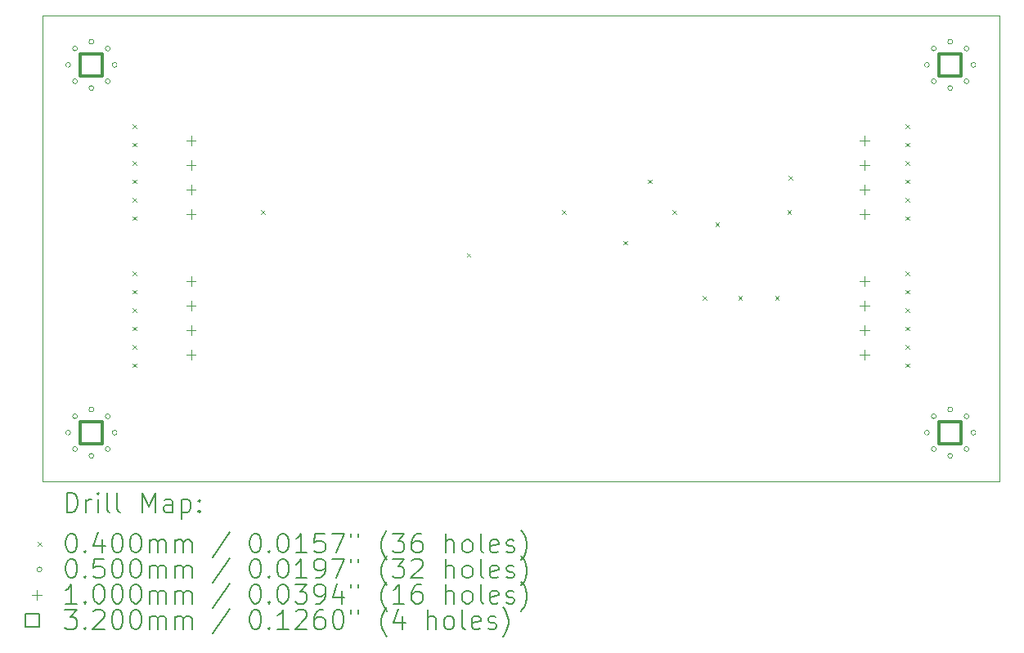
<source format=gbr>
%TF.GenerationSoftware,KiCad,Pcbnew,6.0.9*%
%TF.CreationDate,2023-02-13T16:45:08-08:00*%
%TF.ProjectId,latch,6c617463-682e-46b6-9963-61645f706362,A*%
%TF.SameCoordinates,Original*%
%TF.FileFunction,Drillmap*%
%TF.FilePolarity,Positive*%
%FSLAX45Y45*%
G04 Gerber Fmt 4.5, Leading zero omitted, Abs format (unit mm)*
G04 Created by KiCad (PCBNEW 6.0.9) date 2023-02-13 16:45:08*
%MOMM*%
%LPD*%
G01*
G04 APERTURE LIST*
%ADD10C,0.100000*%
%ADD11C,0.200000*%
%ADD12C,0.040000*%
%ADD13C,0.050000*%
%ADD14C,0.320000*%
G04 APERTURE END LIST*
D10*
X10160000Y-7874000D02*
X20066000Y-7874000D01*
X20066000Y-7874000D02*
X20066000Y-12700000D01*
X20066000Y-12700000D02*
X10160000Y-12700000D01*
X10160000Y-12700000D02*
X10160000Y-7874000D01*
D11*
D12*
X11092500Y-8997000D02*
X11132500Y-9037000D01*
X11132500Y-8997000D02*
X11092500Y-9037000D01*
X11092500Y-9187500D02*
X11132500Y-9227500D01*
X11132500Y-9187500D02*
X11092500Y-9227500D01*
X11092500Y-9378000D02*
X11132500Y-9418000D01*
X11132500Y-9378000D02*
X11092500Y-9418000D01*
X11092500Y-9568500D02*
X11132500Y-9608500D01*
X11132500Y-9568500D02*
X11092500Y-9608500D01*
X11092500Y-9759000D02*
X11132500Y-9799000D01*
X11132500Y-9759000D02*
X11092500Y-9799000D01*
X11092500Y-9949500D02*
X11132500Y-9989500D01*
X11132500Y-9949500D02*
X11092500Y-9989500D01*
X11092500Y-10521000D02*
X11132500Y-10561000D01*
X11132500Y-10521000D02*
X11092500Y-10561000D01*
X11092500Y-10711500D02*
X11132500Y-10751500D01*
X11132500Y-10711500D02*
X11092500Y-10751500D01*
X11092500Y-10902000D02*
X11132500Y-10942000D01*
X11132500Y-10902000D02*
X11092500Y-10942000D01*
X11092500Y-11092500D02*
X11132500Y-11132500D01*
X11132500Y-11092500D02*
X11092500Y-11132500D01*
X11092500Y-11283000D02*
X11132500Y-11323000D01*
X11132500Y-11283000D02*
X11092500Y-11323000D01*
X11092500Y-11473500D02*
X11132500Y-11513500D01*
X11132500Y-11473500D02*
X11092500Y-11513500D01*
X12426000Y-9886000D02*
X12466000Y-9926000D01*
X12466000Y-9886000D02*
X12426000Y-9926000D01*
X14553500Y-10330500D02*
X14593500Y-10370500D01*
X14593500Y-10330500D02*
X14553500Y-10370500D01*
X15537500Y-9886000D02*
X15577500Y-9926000D01*
X15577500Y-9886000D02*
X15537500Y-9926000D01*
X16172500Y-10203500D02*
X16212500Y-10243500D01*
X16212500Y-10203500D02*
X16172500Y-10243500D01*
X16426500Y-9568500D02*
X16466500Y-9608500D01*
X16466500Y-9568500D02*
X16426500Y-9608500D01*
X16680500Y-9886000D02*
X16720500Y-9926000D01*
X16720500Y-9886000D02*
X16680500Y-9926000D01*
X16998000Y-10775000D02*
X17038000Y-10815000D01*
X17038000Y-10775000D02*
X16998000Y-10815000D01*
X17128000Y-10016000D02*
X17168000Y-10056000D01*
X17168000Y-10016000D02*
X17128000Y-10056000D01*
X17363500Y-10775000D02*
X17403500Y-10815000D01*
X17403500Y-10775000D02*
X17363500Y-10815000D01*
X17744500Y-10775000D02*
X17784500Y-10815000D01*
X17784500Y-10775000D02*
X17744500Y-10815000D01*
X17871500Y-9886000D02*
X17911500Y-9926000D01*
X17911500Y-9886000D02*
X17871500Y-9926000D01*
X17887000Y-9530400D02*
X17927000Y-9570400D01*
X17927000Y-9530400D02*
X17887000Y-9570400D01*
X19093500Y-8997000D02*
X19133500Y-9037000D01*
X19133500Y-8997000D02*
X19093500Y-9037000D01*
X19093500Y-9187500D02*
X19133500Y-9227500D01*
X19133500Y-9187500D02*
X19093500Y-9227500D01*
X19093500Y-9378000D02*
X19133500Y-9418000D01*
X19133500Y-9378000D02*
X19093500Y-9418000D01*
X19093500Y-9568500D02*
X19133500Y-9608500D01*
X19133500Y-9568500D02*
X19093500Y-9608500D01*
X19093500Y-9759000D02*
X19133500Y-9799000D01*
X19133500Y-9759000D02*
X19093500Y-9799000D01*
X19093500Y-9949500D02*
X19133500Y-9989500D01*
X19133500Y-9949500D02*
X19093500Y-9989500D01*
X19093500Y-10521000D02*
X19133500Y-10561000D01*
X19133500Y-10521000D02*
X19093500Y-10561000D01*
X19093500Y-10711500D02*
X19133500Y-10751500D01*
X19133500Y-10711500D02*
X19093500Y-10751500D01*
X19093500Y-10902000D02*
X19133500Y-10942000D01*
X19133500Y-10902000D02*
X19093500Y-10942000D01*
X19093500Y-11092500D02*
X19133500Y-11132500D01*
X19133500Y-11092500D02*
X19093500Y-11132500D01*
X19093500Y-11283000D02*
X19133500Y-11323000D01*
X19133500Y-11283000D02*
X19093500Y-11323000D01*
X19093500Y-11473500D02*
X19133500Y-11513500D01*
X19133500Y-11473500D02*
X19093500Y-11513500D01*
D13*
X10453000Y-8382000D02*
G75*
G03*
X10453000Y-8382000I-25000J0D01*
G01*
X10453000Y-12192000D02*
G75*
G03*
X10453000Y-12192000I-25000J0D01*
G01*
X10523294Y-8212294D02*
G75*
G03*
X10523294Y-8212294I-25000J0D01*
G01*
X10523294Y-8551706D02*
G75*
G03*
X10523294Y-8551706I-25000J0D01*
G01*
X10523294Y-12022294D02*
G75*
G03*
X10523294Y-12022294I-25000J0D01*
G01*
X10523294Y-12361706D02*
G75*
G03*
X10523294Y-12361706I-25000J0D01*
G01*
X10693000Y-8142000D02*
G75*
G03*
X10693000Y-8142000I-25000J0D01*
G01*
X10693000Y-8622000D02*
G75*
G03*
X10693000Y-8622000I-25000J0D01*
G01*
X10693000Y-11952000D02*
G75*
G03*
X10693000Y-11952000I-25000J0D01*
G01*
X10693000Y-12432000D02*
G75*
G03*
X10693000Y-12432000I-25000J0D01*
G01*
X10862706Y-8212294D02*
G75*
G03*
X10862706Y-8212294I-25000J0D01*
G01*
X10862706Y-8551706D02*
G75*
G03*
X10862706Y-8551706I-25000J0D01*
G01*
X10862706Y-12022294D02*
G75*
G03*
X10862706Y-12022294I-25000J0D01*
G01*
X10862706Y-12361706D02*
G75*
G03*
X10862706Y-12361706I-25000J0D01*
G01*
X10933000Y-8382000D02*
G75*
G03*
X10933000Y-8382000I-25000J0D01*
G01*
X10933000Y-12192000D02*
G75*
G03*
X10933000Y-12192000I-25000J0D01*
G01*
X19343000Y-8382000D02*
G75*
G03*
X19343000Y-8382000I-25000J0D01*
G01*
X19343000Y-12192000D02*
G75*
G03*
X19343000Y-12192000I-25000J0D01*
G01*
X19413294Y-8212294D02*
G75*
G03*
X19413294Y-8212294I-25000J0D01*
G01*
X19413294Y-8551706D02*
G75*
G03*
X19413294Y-8551706I-25000J0D01*
G01*
X19413294Y-12022294D02*
G75*
G03*
X19413294Y-12022294I-25000J0D01*
G01*
X19413294Y-12361706D02*
G75*
G03*
X19413294Y-12361706I-25000J0D01*
G01*
X19583000Y-8142000D02*
G75*
G03*
X19583000Y-8142000I-25000J0D01*
G01*
X19583000Y-8622000D02*
G75*
G03*
X19583000Y-8622000I-25000J0D01*
G01*
X19583000Y-11952000D02*
G75*
G03*
X19583000Y-11952000I-25000J0D01*
G01*
X19583000Y-12432000D02*
G75*
G03*
X19583000Y-12432000I-25000J0D01*
G01*
X19752706Y-8212294D02*
G75*
G03*
X19752706Y-8212294I-25000J0D01*
G01*
X19752706Y-8551706D02*
G75*
G03*
X19752706Y-8551706I-25000J0D01*
G01*
X19752706Y-12022294D02*
G75*
G03*
X19752706Y-12022294I-25000J0D01*
G01*
X19752706Y-12361706D02*
G75*
G03*
X19752706Y-12361706I-25000J0D01*
G01*
X19823000Y-8382000D02*
G75*
G03*
X19823000Y-8382000I-25000J0D01*
G01*
X19823000Y-12192000D02*
G75*
G03*
X19823000Y-12192000I-25000J0D01*
G01*
D10*
X11699500Y-9114500D02*
X11699500Y-9214500D01*
X11649500Y-9164500D02*
X11749500Y-9164500D01*
X11699500Y-9368500D02*
X11699500Y-9468500D01*
X11649500Y-9418500D02*
X11749500Y-9418500D01*
X11699500Y-9622500D02*
X11699500Y-9722500D01*
X11649500Y-9672500D02*
X11749500Y-9672500D01*
X11699500Y-9876500D02*
X11699500Y-9976500D01*
X11649500Y-9926500D02*
X11749500Y-9926500D01*
X11699500Y-10575000D02*
X11699500Y-10675000D01*
X11649500Y-10625000D02*
X11749500Y-10625000D01*
X11699500Y-10829000D02*
X11699500Y-10929000D01*
X11649500Y-10879000D02*
X11749500Y-10879000D01*
X11699500Y-11083000D02*
X11699500Y-11183000D01*
X11649500Y-11133000D02*
X11749500Y-11133000D01*
X11699500Y-11337000D02*
X11699500Y-11437000D01*
X11649500Y-11387000D02*
X11749500Y-11387000D01*
X18669000Y-9114500D02*
X18669000Y-9214500D01*
X18619000Y-9164500D02*
X18719000Y-9164500D01*
X18669000Y-9368500D02*
X18669000Y-9468500D01*
X18619000Y-9418500D02*
X18719000Y-9418500D01*
X18669000Y-9622500D02*
X18669000Y-9722500D01*
X18619000Y-9672500D02*
X18719000Y-9672500D01*
X18669000Y-9876500D02*
X18669000Y-9976500D01*
X18619000Y-9926500D02*
X18719000Y-9926500D01*
X18669000Y-10575000D02*
X18669000Y-10675000D01*
X18619000Y-10625000D02*
X18719000Y-10625000D01*
X18669000Y-10829000D02*
X18669000Y-10929000D01*
X18619000Y-10879000D02*
X18719000Y-10879000D01*
X18669000Y-11083000D02*
X18669000Y-11183000D01*
X18619000Y-11133000D02*
X18719000Y-11133000D01*
X18669000Y-11337000D02*
X18669000Y-11437000D01*
X18619000Y-11387000D02*
X18719000Y-11387000D01*
D14*
X10781138Y-8495138D02*
X10781138Y-8268862D01*
X10554862Y-8268862D01*
X10554862Y-8495138D01*
X10781138Y-8495138D01*
X10781138Y-12305138D02*
X10781138Y-12078862D01*
X10554862Y-12078862D01*
X10554862Y-12305138D01*
X10781138Y-12305138D01*
X19671138Y-8495138D02*
X19671138Y-8268862D01*
X19444862Y-8268862D01*
X19444862Y-8495138D01*
X19671138Y-8495138D01*
X19671138Y-12305138D02*
X19671138Y-12078862D01*
X19444862Y-12078862D01*
X19444862Y-12305138D01*
X19671138Y-12305138D01*
D11*
X10412619Y-13015476D02*
X10412619Y-12815476D01*
X10460238Y-12815476D01*
X10488810Y-12825000D01*
X10507857Y-12844048D01*
X10517381Y-12863095D01*
X10526905Y-12901190D01*
X10526905Y-12929762D01*
X10517381Y-12967857D01*
X10507857Y-12986905D01*
X10488810Y-13005952D01*
X10460238Y-13015476D01*
X10412619Y-13015476D01*
X10612619Y-13015476D02*
X10612619Y-12882143D01*
X10612619Y-12920238D02*
X10622143Y-12901190D01*
X10631667Y-12891667D01*
X10650714Y-12882143D01*
X10669762Y-12882143D01*
X10736429Y-13015476D02*
X10736429Y-12882143D01*
X10736429Y-12815476D02*
X10726905Y-12825000D01*
X10736429Y-12834524D01*
X10745952Y-12825000D01*
X10736429Y-12815476D01*
X10736429Y-12834524D01*
X10860238Y-13015476D02*
X10841190Y-13005952D01*
X10831667Y-12986905D01*
X10831667Y-12815476D01*
X10965000Y-13015476D02*
X10945952Y-13005952D01*
X10936429Y-12986905D01*
X10936429Y-12815476D01*
X11193571Y-13015476D02*
X11193571Y-12815476D01*
X11260238Y-12958333D01*
X11326905Y-12815476D01*
X11326905Y-13015476D01*
X11507857Y-13015476D02*
X11507857Y-12910714D01*
X11498333Y-12891667D01*
X11479286Y-12882143D01*
X11441190Y-12882143D01*
X11422143Y-12891667D01*
X11507857Y-13005952D02*
X11488809Y-13015476D01*
X11441190Y-13015476D01*
X11422143Y-13005952D01*
X11412619Y-12986905D01*
X11412619Y-12967857D01*
X11422143Y-12948809D01*
X11441190Y-12939286D01*
X11488809Y-12939286D01*
X11507857Y-12929762D01*
X11603095Y-12882143D02*
X11603095Y-13082143D01*
X11603095Y-12891667D02*
X11622143Y-12882143D01*
X11660238Y-12882143D01*
X11679286Y-12891667D01*
X11688809Y-12901190D01*
X11698333Y-12920238D01*
X11698333Y-12977381D01*
X11688809Y-12996428D01*
X11679286Y-13005952D01*
X11660238Y-13015476D01*
X11622143Y-13015476D01*
X11603095Y-13005952D01*
X11784048Y-12996428D02*
X11793571Y-13005952D01*
X11784048Y-13015476D01*
X11774524Y-13005952D01*
X11784048Y-12996428D01*
X11784048Y-13015476D01*
X11784048Y-12891667D02*
X11793571Y-12901190D01*
X11784048Y-12910714D01*
X11774524Y-12901190D01*
X11784048Y-12891667D01*
X11784048Y-12910714D01*
D12*
X10115000Y-13325000D02*
X10155000Y-13365000D01*
X10155000Y-13325000D02*
X10115000Y-13365000D01*
D11*
X10450714Y-13235476D02*
X10469762Y-13235476D01*
X10488810Y-13245000D01*
X10498333Y-13254524D01*
X10507857Y-13273571D01*
X10517381Y-13311667D01*
X10517381Y-13359286D01*
X10507857Y-13397381D01*
X10498333Y-13416428D01*
X10488810Y-13425952D01*
X10469762Y-13435476D01*
X10450714Y-13435476D01*
X10431667Y-13425952D01*
X10422143Y-13416428D01*
X10412619Y-13397381D01*
X10403095Y-13359286D01*
X10403095Y-13311667D01*
X10412619Y-13273571D01*
X10422143Y-13254524D01*
X10431667Y-13245000D01*
X10450714Y-13235476D01*
X10603095Y-13416428D02*
X10612619Y-13425952D01*
X10603095Y-13435476D01*
X10593571Y-13425952D01*
X10603095Y-13416428D01*
X10603095Y-13435476D01*
X10784048Y-13302143D02*
X10784048Y-13435476D01*
X10736429Y-13225952D02*
X10688810Y-13368809D01*
X10812619Y-13368809D01*
X10926905Y-13235476D02*
X10945952Y-13235476D01*
X10965000Y-13245000D01*
X10974524Y-13254524D01*
X10984048Y-13273571D01*
X10993571Y-13311667D01*
X10993571Y-13359286D01*
X10984048Y-13397381D01*
X10974524Y-13416428D01*
X10965000Y-13425952D01*
X10945952Y-13435476D01*
X10926905Y-13435476D01*
X10907857Y-13425952D01*
X10898333Y-13416428D01*
X10888810Y-13397381D01*
X10879286Y-13359286D01*
X10879286Y-13311667D01*
X10888810Y-13273571D01*
X10898333Y-13254524D01*
X10907857Y-13245000D01*
X10926905Y-13235476D01*
X11117381Y-13235476D02*
X11136429Y-13235476D01*
X11155476Y-13245000D01*
X11165000Y-13254524D01*
X11174524Y-13273571D01*
X11184048Y-13311667D01*
X11184048Y-13359286D01*
X11174524Y-13397381D01*
X11165000Y-13416428D01*
X11155476Y-13425952D01*
X11136429Y-13435476D01*
X11117381Y-13435476D01*
X11098333Y-13425952D01*
X11088810Y-13416428D01*
X11079286Y-13397381D01*
X11069762Y-13359286D01*
X11069762Y-13311667D01*
X11079286Y-13273571D01*
X11088810Y-13254524D01*
X11098333Y-13245000D01*
X11117381Y-13235476D01*
X11269762Y-13435476D02*
X11269762Y-13302143D01*
X11269762Y-13321190D02*
X11279286Y-13311667D01*
X11298333Y-13302143D01*
X11326905Y-13302143D01*
X11345952Y-13311667D01*
X11355476Y-13330714D01*
X11355476Y-13435476D01*
X11355476Y-13330714D02*
X11365000Y-13311667D01*
X11384048Y-13302143D01*
X11412619Y-13302143D01*
X11431667Y-13311667D01*
X11441190Y-13330714D01*
X11441190Y-13435476D01*
X11536428Y-13435476D02*
X11536428Y-13302143D01*
X11536428Y-13321190D02*
X11545952Y-13311667D01*
X11565000Y-13302143D01*
X11593571Y-13302143D01*
X11612619Y-13311667D01*
X11622143Y-13330714D01*
X11622143Y-13435476D01*
X11622143Y-13330714D02*
X11631667Y-13311667D01*
X11650714Y-13302143D01*
X11679286Y-13302143D01*
X11698333Y-13311667D01*
X11707857Y-13330714D01*
X11707857Y-13435476D01*
X12098333Y-13225952D02*
X11926905Y-13483095D01*
X12355476Y-13235476D02*
X12374524Y-13235476D01*
X12393571Y-13245000D01*
X12403095Y-13254524D01*
X12412619Y-13273571D01*
X12422143Y-13311667D01*
X12422143Y-13359286D01*
X12412619Y-13397381D01*
X12403095Y-13416428D01*
X12393571Y-13425952D01*
X12374524Y-13435476D01*
X12355476Y-13435476D01*
X12336428Y-13425952D01*
X12326905Y-13416428D01*
X12317381Y-13397381D01*
X12307857Y-13359286D01*
X12307857Y-13311667D01*
X12317381Y-13273571D01*
X12326905Y-13254524D01*
X12336428Y-13245000D01*
X12355476Y-13235476D01*
X12507857Y-13416428D02*
X12517381Y-13425952D01*
X12507857Y-13435476D01*
X12498333Y-13425952D01*
X12507857Y-13416428D01*
X12507857Y-13435476D01*
X12641190Y-13235476D02*
X12660238Y-13235476D01*
X12679286Y-13245000D01*
X12688809Y-13254524D01*
X12698333Y-13273571D01*
X12707857Y-13311667D01*
X12707857Y-13359286D01*
X12698333Y-13397381D01*
X12688809Y-13416428D01*
X12679286Y-13425952D01*
X12660238Y-13435476D01*
X12641190Y-13435476D01*
X12622143Y-13425952D01*
X12612619Y-13416428D01*
X12603095Y-13397381D01*
X12593571Y-13359286D01*
X12593571Y-13311667D01*
X12603095Y-13273571D01*
X12612619Y-13254524D01*
X12622143Y-13245000D01*
X12641190Y-13235476D01*
X12898333Y-13435476D02*
X12784048Y-13435476D01*
X12841190Y-13435476D02*
X12841190Y-13235476D01*
X12822143Y-13264048D01*
X12803095Y-13283095D01*
X12784048Y-13292619D01*
X13079286Y-13235476D02*
X12984048Y-13235476D01*
X12974524Y-13330714D01*
X12984048Y-13321190D01*
X13003095Y-13311667D01*
X13050714Y-13311667D01*
X13069762Y-13321190D01*
X13079286Y-13330714D01*
X13088809Y-13349762D01*
X13088809Y-13397381D01*
X13079286Y-13416428D01*
X13069762Y-13425952D01*
X13050714Y-13435476D01*
X13003095Y-13435476D01*
X12984048Y-13425952D01*
X12974524Y-13416428D01*
X13155476Y-13235476D02*
X13288809Y-13235476D01*
X13203095Y-13435476D01*
X13355476Y-13235476D02*
X13355476Y-13273571D01*
X13431667Y-13235476D02*
X13431667Y-13273571D01*
X13726905Y-13511667D02*
X13717381Y-13502143D01*
X13698333Y-13473571D01*
X13688809Y-13454524D01*
X13679286Y-13425952D01*
X13669762Y-13378333D01*
X13669762Y-13340238D01*
X13679286Y-13292619D01*
X13688809Y-13264048D01*
X13698333Y-13245000D01*
X13717381Y-13216428D01*
X13726905Y-13206905D01*
X13784048Y-13235476D02*
X13907857Y-13235476D01*
X13841190Y-13311667D01*
X13869762Y-13311667D01*
X13888809Y-13321190D01*
X13898333Y-13330714D01*
X13907857Y-13349762D01*
X13907857Y-13397381D01*
X13898333Y-13416428D01*
X13888809Y-13425952D01*
X13869762Y-13435476D01*
X13812619Y-13435476D01*
X13793571Y-13425952D01*
X13784048Y-13416428D01*
X14079286Y-13235476D02*
X14041190Y-13235476D01*
X14022143Y-13245000D01*
X14012619Y-13254524D01*
X13993571Y-13283095D01*
X13984048Y-13321190D01*
X13984048Y-13397381D01*
X13993571Y-13416428D01*
X14003095Y-13425952D01*
X14022143Y-13435476D01*
X14060238Y-13435476D01*
X14079286Y-13425952D01*
X14088809Y-13416428D01*
X14098333Y-13397381D01*
X14098333Y-13349762D01*
X14088809Y-13330714D01*
X14079286Y-13321190D01*
X14060238Y-13311667D01*
X14022143Y-13311667D01*
X14003095Y-13321190D01*
X13993571Y-13330714D01*
X13984048Y-13349762D01*
X14336428Y-13435476D02*
X14336428Y-13235476D01*
X14422143Y-13435476D02*
X14422143Y-13330714D01*
X14412619Y-13311667D01*
X14393571Y-13302143D01*
X14365000Y-13302143D01*
X14345952Y-13311667D01*
X14336428Y-13321190D01*
X14545952Y-13435476D02*
X14526905Y-13425952D01*
X14517381Y-13416428D01*
X14507857Y-13397381D01*
X14507857Y-13340238D01*
X14517381Y-13321190D01*
X14526905Y-13311667D01*
X14545952Y-13302143D01*
X14574524Y-13302143D01*
X14593571Y-13311667D01*
X14603095Y-13321190D01*
X14612619Y-13340238D01*
X14612619Y-13397381D01*
X14603095Y-13416428D01*
X14593571Y-13425952D01*
X14574524Y-13435476D01*
X14545952Y-13435476D01*
X14726905Y-13435476D02*
X14707857Y-13425952D01*
X14698333Y-13406905D01*
X14698333Y-13235476D01*
X14879286Y-13425952D02*
X14860238Y-13435476D01*
X14822143Y-13435476D01*
X14803095Y-13425952D01*
X14793571Y-13406905D01*
X14793571Y-13330714D01*
X14803095Y-13311667D01*
X14822143Y-13302143D01*
X14860238Y-13302143D01*
X14879286Y-13311667D01*
X14888809Y-13330714D01*
X14888809Y-13349762D01*
X14793571Y-13368809D01*
X14965000Y-13425952D02*
X14984048Y-13435476D01*
X15022143Y-13435476D01*
X15041190Y-13425952D01*
X15050714Y-13406905D01*
X15050714Y-13397381D01*
X15041190Y-13378333D01*
X15022143Y-13368809D01*
X14993571Y-13368809D01*
X14974524Y-13359286D01*
X14965000Y-13340238D01*
X14965000Y-13330714D01*
X14974524Y-13311667D01*
X14993571Y-13302143D01*
X15022143Y-13302143D01*
X15041190Y-13311667D01*
X15117381Y-13511667D02*
X15126905Y-13502143D01*
X15145952Y-13473571D01*
X15155476Y-13454524D01*
X15165000Y-13425952D01*
X15174524Y-13378333D01*
X15174524Y-13340238D01*
X15165000Y-13292619D01*
X15155476Y-13264048D01*
X15145952Y-13245000D01*
X15126905Y-13216428D01*
X15117381Y-13206905D01*
D13*
X10155000Y-13609000D02*
G75*
G03*
X10155000Y-13609000I-25000J0D01*
G01*
D11*
X10450714Y-13499476D02*
X10469762Y-13499476D01*
X10488810Y-13509000D01*
X10498333Y-13518524D01*
X10507857Y-13537571D01*
X10517381Y-13575667D01*
X10517381Y-13623286D01*
X10507857Y-13661381D01*
X10498333Y-13680428D01*
X10488810Y-13689952D01*
X10469762Y-13699476D01*
X10450714Y-13699476D01*
X10431667Y-13689952D01*
X10422143Y-13680428D01*
X10412619Y-13661381D01*
X10403095Y-13623286D01*
X10403095Y-13575667D01*
X10412619Y-13537571D01*
X10422143Y-13518524D01*
X10431667Y-13509000D01*
X10450714Y-13499476D01*
X10603095Y-13680428D02*
X10612619Y-13689952D01*
X10603095Y-13699476D01*
X10593571Y-13689952D01*
X10603095Y-13680428D01*
X10603095Y-13699476D01*
X10793571Y-13499476D02*
X10698333Y-13499476D01*
X10688810Y-13594714D01*
X10698333Y-13585190D01*
X10717381Y-13575667D01*
X10765000Y-13575667D01*
X10784048Y-13585190D01*
X10793571Y-13594714D01*
X10803095Y-13613762D01*
X10803095Y-13661381D01*
X10793571Y-13680428D01*
X10784048Y-13689952D01*
X10765000Y-13699476D01*
X10717381Y-13699476D01*
X10698333Y-13689952D01*
X10688810Y-13680428D01*
X10926905Y-13499476D02*
X10945952Y-13499476D01*
X10965000Y-13509000D01*
X10974524Y-13518524D01*
X10984048Y-13537571D01*
X10993571Y-13575667D01*
X10993571Y-13623286D01*
X10984048Y-13661381D01*
X10974524Y-13680428D01*
X10965000Y-13689952D01*
X10945952Y-13699476D01*
X10926905Y-13699476D01*
X10907857Y-13689952D01*
X10898333Y-13680428D01*
X10888810Y-13661381D01*
X10879286Y-13623286D01*
X10879286Y-13575667D01*
X10888810Y-13537571D01*
X10898333Y-13518524D01*
X10907857Y-13509000D01*
X10926905Y-13499476D01*
X11117381Y-13499476D02*
X11136429Y-13499476D01*
X11155476Y-13509000D01*
X11165000Y-13518524D01*
X11174524Y-13537571D01*
X11184048Y-13575667D01*
X11184048Y-13623286D01*
X11174524Y-13661381D01*
X11165000Y-13680428D01*
X11155476Y-13689952D01*
X11136429Y-13699476D01*
X11117381Y-13699476D01*
X11098333Y-13689952D01*
X11088810Y-13680428D01*
X11079286Y-13661381D01*
X11069762Y-13623286D01*
X11069762Y-13575667D01*
X11079286Y-13537571D01*
X11088810Y-13518524D01*
X11098333Y-13509000D01*
X11117381Y-13499476D01*
X11269762Y-13699476D02*
X11269762Y-13566143D01*
X11269762Y-13585190D02*
X11279286Y-13575667D01*
X11298333Y-13566143D01*
X11326905Y-13566143D01*
X11345952Y-13575667D01*
X11355476Y-13594714D01*
X11355476Y-13699476D01*
X11355476Y-13594714D02*
X11365000Y-13575667D01*
X11384048Y-13566143D01*
X11412619Y-13566143D01*
X11431667Y-13575667D01*
X11441190Y-13594714D01*
X11441190Y-13699476D01*
X11536428Y-13699476D02*
X11536428Y-13566143D01*
X11536428Y-13585190D02*
X11545952Y-13575667D01*
X11565000Y-13566143D01*
X11593571Y-13566143D01*
X11612619Y-13575667D01*
X11622143Y-13594714D01*
X11622143Y-13699476D01*
X11622143Y-13594714D02*
X11631667Y-13575667D01*
X11650714Y-13566143D01*
X11679286Y-13566143D01*
X11698333Y-13575667D01*
X11707857Y-13594714D01*
X11707857Y-13699476D01*
X12098333Y-13489952D02*
X11926905Y-13747095D01*
X12355476Y-13499476D02*
X12374524Y-13499476D01*
X12393571Y-13509000D01*
X12403095Y-13518524D01*
X12412619Y-13537571D01*
X12422143Y-13575667D01*
X12422143Y-13623286D01*
X12412619Y-13661381D01*
X12403095Y-13680428D01*
X12393571Y-13689952D01*
X12374524Y-13699476D01*
X12355476Y-13699476D01*
X12336428Y-13689952D01*
X12326905Y-13680428D01*
X12317381Y-13661381D01*
X12307857Y-13623286D01*
X12307857Y-13575667D01*
X12317381Y-13537571D01*
X12326905Y-13518524D01*
X12336428Y-13509000D01*
X12355476Y-13499476D01*
X12507857Y-13680428D02*
X12517381Y-13689952D01*
X12507857Y-13699476D01*
X12498333Y-13689952D01*
X12507857Y-13680428D01*
X12507857Y-13699476D01*
X12641190Y-13499476D02*
X12660238Y-13499476D01*
X12679286Y-13509000D01*
X12688809Y-13518524D01*
X12698333Y-13537571D01*
X12707857Y-13575667D01*
X12707857Y-13623286D01*
X12698333Y-13661381D01*
X12688809Y-13680428D01*
X12679286Y-13689952D01*
X12660238Y-13699476D01*
X12641190Y-13699476D01*
X12622143Y-13689952D01*
X12612619Y-13680428D01*
X12603095Y-13661381D01*
X12593571Y-13623286D01*
X12593571Y-13575667D01*
X12603095Y-13537571D01*
X12612619Y-13518524D01*
X12622143Y-13509000D01*
X12641190Y-13499476D01*
X12898333Y-13699476D02*
X12784048Y-13699476D01*
X12841190Y-13699476D02*
X12841190Y-13499476D01*
X12822143Y-13528048D01*
X12803095Y-13547095D01*
X12784048Y-13556619D01*
X12993571Y-13699476D02*
X13031667Y-13699476D01*
X13050714Y-13689952D01*
X13060238Y-13680428D01*
X13079286Y-13651857D01*
X13088809Y-13613762D01*
X13088809Y-13537571D01*
X13079286Y-13518524D01*
X13069762Y-13509000D01*
X13050714Y-13499476D01*
X13012619Y-13499476D01*
X12993571Y-13509000D01*
X12984048Y-13518524D01*
X12974524Y-13537571D01*
X12974524Y-13585190D01*
X12984048Y-13604238D01*
X12993571Y-13613762D01*
X13012619Y-13623286D01*
X13050714Y-13623286D01*
X13069762Y-13613762D01*
X13079286Y-13604238D01*
X13088809Y-13585190D01*
X13155476Y-13499476D02*
X13288809Y-13499476D01*
X13203095Y-13699476D01*
X13355476Y-13499476D02*
X13355476Y-13537571D01*
X13431667Y-13499476D02*
X13431667Y-13537571D01*
X13726905Y-13775667D02*
X13717381Y-13766143D01*
X13698333Y-13737571D01*
X13688809Y-13718524D01*
X13679286Y-13689952D01*
X13669762Y-13642333D01*
X13669762Y-13604238D01*
X13679286Y-13556619D01*
X13688809Y-13528048D01*
X13698333Y-13509000D01*
X13717381Y-13480428D01*
X13726905Y-13470905D01*
X13784048Y-13499476D02*
X13907857Y-13499476D01*
X13841190Y-13575667D01*
X13869762Y-13575667D01*
X13888809Y-13585190D01*
X13898333Y-13594714D01*
X13907857Y-13613762D01*
X13907857Y-13661381D01*
X13898333Y-13680428D01*
X13888809Y-13689952D01*
X13869762Y-13699476D01*
X13812619Y-13699476D01*
X13793571Y-13689952D01*
X13784048Y-13680428D01*
X13984048Y-13518524D02*
X13993571Y-13509000D01*
X14012619Y-13499476D01*
X14060238Y-13499476D01*
X14079286Y-13509000D01*
X14088809Y-13518524D01*
X14098333Y-13537571D01*
X14098333Y-13556619D01*
X14088809Y-13585190D01*
X13974524Y-13699476D01*
X14098333Y-13699476D01*
X14336428Y-13699476D02*
X14336428Y-13499476D01*
X14422143Y-13699476D02*
X14422143Y-13594714D01*
X14412619Y-13575667D01*
X14393571Y-13566143D01*
X14365000Y-13566143D01*
X14345952Y-13575667D01*
X14336428Y-13585190D01*
X14545952Y-13699476D02*
X14526905Y-13689952D01*
X14517381Y-13680428D01*
X14507857Y-13661381D01*
X14507857Y-13604238D01*
X14517381Y-13585190D01*
X14526905Y-13575667D01*
X14545952Y-13566143D01*
X14574524Y-13566143D01*
X14593571Y-13575667D01*
X14603095Y-13585190D01*
X14612619Y-13604238D01*
X14612619Y-13661381D01*
X14603095Y-13680428D01*
X14593571Y-13689952D01*
X14574524Y-13699476D01*
X14545952Y-13699476D01*
X14726905Y-13699476D02*
X14707857Y-13689952D01*
X14698333Y-13670905D01*
X14698333Y-13499476D01*
X14879286Y-13689952D02*
X14860238Y-13699476D01*
X14822143Y-13699476D01*
X14803095Y-13689952D01*
X14793571Y-13670905D01*
X14793571Y-13594714D01*
X14803095Y-13575667D01*
X14822143Y-13566143D01*
X14860238Y-13566143D01*
X14879286Y-13575667D01*
X14888809Y-13594714D01*
X14888809Y-13613762D01*
X14793571Y-13632809D01*
X14965000Y-13689952D02*
X14984048Y-13699476D01*
X15022143Y-13699476D01*
X15041190Y-13689952D01*
X15050714Y-13670905D01*
X15050714Y-13661381D01*
X15041190Y-13642333D01*
X15022143Y-13632809D01*
X14993571Y-13632809D01*
X14974524Y-13623286D01*
X14965000Y-13604238D01*
X14965000Y-13594714D01*
X14974524Y-13575667D01*
X14993571Y-13566143D01*
X15022143Y-13566143D01*
X15041190Y-13575667D01*
X15117381Y-13775667D02*
X15126905Y-13766143D01*
X15145952Y-13737571D01*
X15155476Y-13718524D01*
X15165000Y-13689952D01*
X15174524Y-13642333D01*
X15174524Y-13604238D01*
X15165000Y-13556619D01*
X15155476Y-13528048D01*
X15145952Y-13509000D01*
X15126905Y-13480428D01*
X15117381Y-13470905D01*
D10*
X10105000Y-13823000D02*
X10105000Y-13923000D01*
X10055000Y-13873000D02*
X10155000Y-13873000D01*
D11*
X10517381Y-13963476D02*
X10403095Y-13963476D01*
X10460238Y-13963476D02*
X10460238Y-13763476D01*
X10441190Y-13792048D01*
X10422143Y-13811095D01*
X10403095Y-13820619D01*
X10603095Y-13944428D02*
X10612619Y-13953952D01*
X10603095Y-13963476D01*
X10593571Y-13953952D01*
X10603095Y-13944428D01*
X10603095Y-13963476D01*
X10736429Y-13763476D02*
X10755476Y-13763476D01*
X10774524Y-13773000D01*
X10784048Y-13782524D01*
X10793571Y-13801571D01*
X10803095Y-13839667D01*
X10803095Y-13887286D01*
X10793571Y-13925381D01*
X10784048Y-13944428D01*
X10774524Y-13953952D01*
X10755476Y-13963476D01*
X10736429Y-13963476D01*
X10717381Y-13953952D01*
X10707857Y-13944428D01*
X10698333Y-13925381D01*
X10688810Y-13887286D01*
X10688810Y-13839667D01*
X10698333Y-13801571D01*
X10707857Y-13782524D01*
X10717381Y-13773000D01*
X10736429Y-13763476D01*
X10926905Y-13763476D02*
X10945952Y-13763476D01*
X10965000Y-13773000D01*
X10974524Y-13782524D01*
X10984048Y-13801571D01*
X10993571Y-13839667D01*
X10993571Y-13887286D01*
X10984048Y-13925381D01*
X10974524Y-13944428D01*
X10965000Y-13953952D01*
X10945952Y-13963476D01*
X10926905Y-13963476D01*
X10907857Y-13953952D01*
X10898333Y-13944428D01*
X10888810Y-13925381D01*
X10879286Y-13887286D01*
X10879286Y-13839667D01*
X10888810Y-13801571D01*
X10898333Y-13782524D01*
X10907857Y-13773000D01*
X10926905Y-13763476D01*
X11117381Y-13763476D02*
X11136429Y-13763476D01*
X11155476Y-13773000D01*
X11165000Y-13782524D01*
X11174524Y-13801571D01*
X11184048Y-13839667D01*
X11184048Y-13887286D01*
X11174524Y-13925381D01*
X11165000Y-13944428D01*
X11155476Y-13953952D01*
X11136429Y-13963476D01*
X11117381Y-13963476D01*
X11098333Y-13953952D01*
X11088810Y-13944428D01*
X11079286Y-13925381D01*
X11069762Y-13887286D01*
X11069762Y-13839667D01*
X11079286Y-13801571D01*
X11088810Y-13782524D01*
X11098333Y-13773000D01*
X11117381Y-13763476D01*
X11269762Y-13963476D02*
X11269762Y-13830143D01*
X11269762Y-13849190D02*
X11279286Y-13839667D01*
X11298333Y-13830143D01*
X11326905Y-13830143D01*
X11345952Y-13839667D01*
X11355476Y-13858714D01*
X11355476Y-13963476D01*
X11355476Y-13858714D02*
X11365000Y-13839667D01*
X11384048Y-13830143D01*
X11412619Y-13830143D01*
X11431667Y-13839667D01*
X11441190Y-13858714D01*
X11441190Y-13963476D01*
X11536428Y-13963476D02*
X11536428Y-13830143D01*
X11536428Y-13849190D02*
X11545952Y-13839667D01*
X11565000Y-13830143D01*
X11593571Y-13830143D01*
X11612619Y-13839667D01*
X11622143Y-13858714D01*
X11622143Y-13963476D01*
X11622143Y-13858714D02*
X11631667Y-13839667D01*
X11650714Y-13830143D01*
X11679286Y-13830143D01*
X11698333Y-13839667D01*
X11707857Y-13858714D01*
X11707857Y-13963476D01*
X12098333Y-13753952D02*
X11926905Y-14011095D01*
X12355476Y-13763476D02*
X12374524Y-13763476D01*
X12393571Y-13773000D01*
X12403095Y-13782524D01*
X12412619Y-13801571D01*
X12422143Y-13839667D01*
X12422143Y-13887286D01*
X12412619Y-13925381D01*
X12403095Y-13944428D01*
X12393571Y-13953952D01*
X12374524Y-13963476D01*
X12355476Y-13963476D01*
X12336428Y-13953952D01*
X12326905Y-13944428D01*
X12317381Y-13925381D01*
X12307857Y-13887286D01*
X12307857Y-13839667D01*
X12317381Y-13801571D01*
X12326905Y-13782524D01*
X12336428Y-13773000D01*
X12355476Y-13763476D01*
X12507857Y-13944428D02*
X12517381Y-13953952D01*
X12507857Y-13963476D01*
X12498333Y-13953952D01*
X12507857Y-13944428D01*
X12507857Y-13963476D01*
X12641190Y-13763476D02*
X12660238Y-13763476D01*
X12679286Y-13773000D01*
X12688809Y-13782524D01*
X12698333Y-13801571D01*
X12707857Y-13839667D01*
X12707857Y-13887286D01*
X12698333Y-13925381D01*
X12688809Y-13944428D01*
X12679286Y-13953952D01*
X12660238Y-13963476D01*
X12641190Y-13963476D01*
X12622143Y-13953952D01*
X12612619Y-13944428D01*
X12603095Y-13925381D01*
X12593571Y-13887286D01*
X12593571Y-13839667D01*
X12603095Y-13801571D01*
X12612619Y-13782524D01*
X12622143Y-13773000D01*
X12641190Y-13763476D01*
X12774524Y-13763476D02*
X12898333Y-13763476D01*
X12831667Y-13839667D01*
X12860238Y-13839667D01*
X12879286Y-13849190D01*
X12888809Y-13858714D01*
X12898333Y-13877762D01*
X12898333Y-13925381D01*
X12888809Y-13944428D01*
X12879286Y-13953952D01*
X12860238Y-13963476D01*
X12803095Y-13963476D01*
X12784048Y-13953952D01*
X12774524Y-13944428D01*
X12993571Y-13963476D02*
X13031667Y-13963476D01*
X13050714Y-13953952D01*
X13060238Y-13944428D01*
X13079286Y-13915857D01*
X13088809Y-13877762D01*
X13088809Y-13801571D01*
X13079286Y-13782524D01*
X13069762Y-13773000D01*
X13050714Y-13763476D01*
X13012619Y-13763476D01*
X12993571Y-13773000D01*
X12984048Y-13782524D01*
X12974524Y-13801571D01*
X12974524Y-13849190D01*
X12984048Y-13868238D01*
X12993571Y-13877762D01*
X13012619Y-13887286D01*
X13050714Y-13887286D01*
X13069762Y-13877762D01*
X13079286Y-13868238D01*
X13088809Y-13849190D01*
X13260238Y-13830143D02*
X13260238Y-13963476D01*
X13212619Y-13753952D02*
X13165000Y-13896809D01*
X13288809Y-13896809D01*
X13355476Y-13763476D02*
X13355476Y-13801571D01*
X13431667Y-13763476D02*
X13431667Y-13801571D01*
X13726905Y-14039667D02*
X13717381Y-14030143D01*
X13698333Y-14001571D01*
X13688809Y-13982524D01*
X13679286Y-13953952D01*
X13669762Y-13906333D01*
X13669762Y-13868238D01*
X13679286Y-13820619D01*
X13688809Y-13792048D01*
X13698333Y-13773000D01*
X13717381Y-13744428D01*
X13726905Y-13734905D01*
X13907857Y-13963476D02*
X13793571Y-13963476D01*
X13850714Y-13963476D02*
X13850714Y-13763476D01*
X13831667Y-13792048D01*
X13812619Y-13811095D01*
X13793571Y-13820619D01*
X14079286Y-13763476D02*
X14041190Y-13763476D01*
X14022143Y-13773000D01*
X14012619Y-13782524D01*
X13993571Y-13811095D01*
X13984048Y-13849190D01*
X13984048Y-13925381D01*
X13993571Y-13944428D01*
X14003095Y-13953952D01*
X14022143Y-13963476D01*
X14060238Y-13963476D01*
X14079286Y-13953952D01*
X14088809Y-13944428D01*
X14098333Y-13925381D01*
X14098333Y-13877762D01*
X14088809Y-13858714D01*
X14079286Y-13849190D01*
X14060238Y-13839667D01*
X14022143Y-13839667D01*
X14003095Y-13849190D01*
X13993571Y-13858714D01*
X13984048Y-13877762D01*
X14336428Y-13963476D02*
X14336428Y-13763476D01*
X14422143Y-13963476D02*
X14422143Y-13858714D01*
X14412619Y-13839667D01*
X14393571Y-13830143D01*
X14365000Y-13830143D01*
X14345952Y-13839667D01*
X14336428Y-13849190D01*
X14545952Y-13963476D02*
X14526905Y-13953952D01*
X14517381Y-13944428D01*
X14507857Y-13925381D01*
X14507857Y-13868238D01*
X14517381Y-13849190D01*
X14526905Y-13839667D01*
X14545952Y-13830143D01*
X14574524Y-13830143D01*
X14593571Y-13839667D01*
X14603095Y-13849190D01*
X14612619Y-13868238D01*
X14612619Y-13925381D01*
X14603095Y-13944428D01*
X14593571Y-13953952D01*
X14574524Y-13963476D01*
X14545952Y-13963476D01*
X14726905Y-13963476D02*
X14707857Y-13953952D01*
X14698333Y-13934905D01*
X14698333Y-13763476D01*
X14879286Y-13953952D02*
X14860238Y-13963476D01*
X14822143Y-13963476D01*
X14803095Y-13953952D01*
X14793571Y-13934905D01*
X14793571Y-13858714D01*
X14803095Y-13839667D01*
X14822143Y-13830143D01*
X14860238Y-13830143D01*
X14879286Y-13839667D01*
X14888809Y-13858714D01*
X14888809Y-13877762D01*
X14793571Y-13896809D01*
X14965000Y-13953952D02*
X14984048Y-13963476D01*
X15022143Y-13963476D01*
X15041190Y-13953952D01*
X15050714Y-13934905D01*
X15050714Y-13925381D01*
X15041190Y-13906333D01*
X15022143Y-13896809D01*
X14993571Y-13896809D01*
X14974524Y-13887286D01*
X14965000Y-13868238D01*
X14965000Y-13858714D01*
X14974524Y-13839667D01*
X14993571Y-13830143D01*
X15022143Y-13830143D01*
X15041190Y-13839667D01*
X15117381Y-14039667D02*
X15126905Y-14030143D01*
X15145952Y-14001571D01*
X15155476Y-13982524D01*
X15165000Y-13953952D01*
X15174524Y-13906333D01*
X15174524Y-13868238D01*
X15165000Y-13820619D01*
X15155476Y-13792048D01*
X15145952Y-13773000D01*
X15126905Y-13744428D01*
X15117381Y-13734905D01*
X10125711Y-14207711D02*
X10125711Y-14066289D01*
X9984289Y-14066289D01*
X9984289Y-14207711D01*
X10125711Y-14207711D01*
X10393571Y-14027476D02*
X10517381Y-14027476D01*
X10450714Y-14103667D01*
X10479286Y-14103667D01*
X10498333Y-14113190D01*
X10507857Y-14122714D01*
X10517381Y-14141762D01*
X10517381Y-14189381D01*
X10507857Y-14208428D01*
X10498333Y-14217952D01*
X10479286Y-14227476D01*
X10422143Y-14227476D01*
X10403095Y-14217952D01*
X10393571Y-14208428D01*
X10603095Y-14208428D02*
X10612619Y-14217952D01*
X10603095Y-14227476D01*
X10593571Y-14217952D01*
X10603095Y-14208428D01*
X10603095Y-14227476D01*
X10688810Y-14046524D02*
X10698333Y-14037000D01*
X10717381Y-14027476D01*
X10765000Y-14027476D01*
X10784048Y-14037000D01*
X10793571Y-14046524D01*
X10803095Y-14065571D01*
X10803095Y-14084619D01*
X10793571Y-14113190D01*
X10679286Y-14227476D01*
X10803095Y-14227476D01*
X10926905Y-14027476D02*
X10945952Y-14027476D01*
X10965000Y-14037000D01*
X10974524Y-14046524D01*
X10984048Y-14065571D01*
X10993571Y-14103667D01*
X10993571Y-14151286D01*
X10984048Y-14189381D01*
X10974524Y-14208428D01*
X10965000Y-14217952D01*
X10945952Y-14227476D01*
X10926905Y-14227476D01*
X10907857Y-14217952D01*
X10898333Y-14208428D01*
X10888810Y-14189381D01*
X10879286Y-14151286D01*
X10879286Y-14103667D01*
X10888810Y-14065571D01*
X10898333Y-14046524D01*
X10907857Y-14037000D01*
X10926905Y-14027476D01*
X11117381Y-14027476D02*
X11136429Y-14027476D01*
X11155476Y-14037000D01*
X11165000Y-14046524D01*
X11174524Y-14065571D01*
X11184048Y-14103667D01*
X11184048Y-14151286D01*
X11174524Y-14189381D01*
X11165000Y-14208428D01*
X11155476Y-14217952D01*
X11136429Y-14227476D01*
X11117381Y-14227476D01*
X11098333Y-14217952D01*
X11088810Y-14208428D01*
X11079286Y-14189381D01*
X11069762Y-14151286D01*
X11069762Y-14103667D01*
X11079286Y-14065571D01*
X11088810Y-14046524D01*
X11098333Y-14037000D01*
X11117381Y-14027476D01*
X11269762Y-14227476D02*
X11269762Y-14094143D01*
X11269762Y-14113190D02*
X11279286Y-14103667D01*
X11298333Y-14094143D01*
X11326905Y-14094143D01*
X11345952Y-14103667D01*
X11355476Y-14122714D01*
X11355476Y-14227476D01*
X11355476Y-14122714D02*
X11365000Y-14103667D01*
X11384048Y-14094143D01*
X11412619Y-14094143D01*
X11431667Y-14103667D01*
X11441190Y-14122714D01*
X11441190Y-14227476D01*
X11536428Y-14227476D02*
X11536428Y-14094143D01*
X11536428Y-14113190D02*
X11545952Y-14103667D01*
X11565000Y-14094143D01*
X11593571Y-14094143D01*
X11612619Y-14103667D01*
X11622143Y-14122714D01*
X11622143Y-14227476D01*
X11622143Y-14122714D02*
X11631667Y-14103667D01*
X11650714Y-14094143D01*
X11679286Y-14094143D01*
X11698333Y-14103667D01*
X11707857Y-14122714D01*
X11707857Y-14227476D01*
X12098333Y-14017952D02*
X11926905Y-14275095D01*
X12355476Y-14027476D02*
X12374524Y-14027476D01*
X12393571Y-14037000D01*
X12403095Y-14046524D01*
X12412619Y-14065571D01*
X12422143Y-14103667D01*
X12422143Y-14151286D01*
X12412619Y-14189381D01*
X12403095Y-14208428D01*
X12393571Y-14217952D01*
X12374524Y-14227476D01*
X12355476Y-14227476D01*
X12336428Y-14217952D01*
X12326905Y-14208428D01*
X12317381Y-14189381D01*
X12307857Y-14151286D01*
X12307857Y-14103667D01*
X12317381Y-14065571D01*
X12326905Y-14046524D01*
X12336428Y-14037000D01*
X12355476Y-14027476D01*
X12507857Y-14208428D02*
X12517381Y-14217952D01*
X12507857Y-14227476D01*
X12498333Y-14217952D01*
X12507857Y-14208428D01*
X12507857Y-14227476D01*
X12707857Y-14227476D02*
X12593571Y-14227476D01*
X12650714Y-14227476D02*
X12650714Y-14027476D01*
X12631667Y-14056048D01*
X12612619Y-14075095D01*
X12593571Y-14084619D01*
X12784048Y-14046524D02*
X12793571Y-14037000D01*
X12812619Y-14027476D01*
X12860238Y-14027476D01*
X12879286Y-14037000D01*
X12888809Y-14046524D01*
X12898333Y-14065571D01*
X12898333Y-14084619D01*
X12888809Y-14113190D01*
X12774524Y-14227476D01*
X12898333Y-14227476D01*
X13069762Y-14027476D02*
X13031667Y-14027476D01*
X13012619Y-14037000D01*
X13003095Y-14046524D01*
X12984048Y-14075095D01*
X12974524Y-14113190D01*
X12974524Y-14189381D01*
X12984048Y-14208428D01*
X12993571Y-14217952D01*
X13012619Y-14227476D01*
X13050714Y-14227476D01*
X13069762Y-14217952D01*
X13079286Y-14208428D01*
X13088809Y-14189381D01*
X13088809Y-14141762D01*
X13079286Y-14122714D01*
X13069762Y-14113190D01*
X13050714Y-14103667D01*
X13012619Y-14103667D01*
X12993571Y-14113190D01*
X12984048Y-14122714D01*
X12974524Y-14141762D01*
X13212619Y-14027476D02*
X13231667Y-14027476D01*
X13250714Y-14037000D01*
X13260238Y-14046524D01*
X13269762Y-14065571D01*
X13279286Y-14103667D01*
X13279286Y-14151286D01*
X13269762Y-14189381D01*
X13260238Y-14208428D01*
X13250714Y-14217952D01*
X13231667Y-14227476D01*
X13212619Y-14227476D01*
X13193571Y-14217952D01*
X13184048Y-14208428D01*
X13174524Y-14189381D01*
X13165000Y-14151286D01*
X13165000Y-14103667D01*
X13174524Y-14065571D01*
X13184048Y-14046524D01*
X13193571Y-14037000D01*
X13212619Y-14027476D01*
X13355476Y-14027476D02*
X13355476Y-14065571D01*
X13431667Y-14027476D02*
X13431667Y-14065571D01*
X13726905Y-14303667D02*
X13717381Y-14294143D01*
X13698333Y-14265571D01*
X13688809Y-14246524D01*
X13679286Y-14217952D01*
X13669762Y-14170333D01*
X13669762Y-14132238D01*
X13679286Y-14084619D01*
X13688809Y-14056048D01*
X13698333Y-14037000D01*
X13717381Y-14008428D01*
X13726905Y-13998905D01*
X13888809Y-14094143D02*
X13888809Y-14227476D01*
X13841190Y-14017952D02*
X13793571Y-14160809D01*
X13917381Y-14160809D01*
X14145952Y-14227476D02*
X14145952Y-14027476D01*
X14231667Y-14227476D02*
X14231667Y-14122714D01*
X14222143Y-14103667D01*
X14203095Y-14094143D01*
X14174524Y-14094143D01*
X14155476Y-14103667D01*
X14145952Y-14113190D01*
X14355476Y-14227476D02*
X14336428Y-14217952D01*
X14326905Y-14208428D01*
X14317381Y-14189381D01*
X14317381Y-14132238D01*
X14326905Y-14113190D01*
X14336428Y-14103667D01*
X14355476Y-14094143D01*
X14384048Y-14094143D01*
X14403095Y-14103667D01*
X14412619Y-14113190D01*
X14422143Y-14132238D01*
X14422143Y-14189381D01*
X14412619Y-14208428D01*
X14403095Y-14217952D01*
X14384048Y-14227476D01*
X14355476Y-14227476D01*
X14536428Y-14227476D02*
X14517381Y-14217952D01*
X14507857Y-14198905D01*
X14507857Y-14027476D01*
X14688809Y-14217952D02*
X14669762Y-14227476D01*
X14631667Y-14227476D01*
X14612619Y-14217952D01*
X14603095Y-14198905D01*
X14603095Y-14122714D01*
X14612619Y-14103667D01*
X14631667Y-14094143D01*
X14669762Y-14094143D01*
X14688809Y-14103667D01*
X14698333Y-14122714D01*
X14698333Y-14141762D01*
X14603095Y-14160809D01*
X14774524Y-14217952D02*
X14793571Y-14227476D01*
X14831667Y-14227476D01*
X14850714Y-14217952D01*
X14860238Y-14198905D01*
X14860238Y-14189381D01*
X14850714Y-14170333D01*
X14831667Y-14160809D01*
X14803095Y-14160809D01*
X14784048Y-14151286D01*
X14774524Y-14132238D01*
X14774524Y-14122714D01*
X14784048Y-14103667D01*
X14803095Y-14094143D01*
X14831667Y-14094143D01*
X14850714Y-14103667D01*
X14926905Y-14303667D02*
X14936428Y-14294143D01*
X14955476Y-14265571D01*
X14965000Y-14246524D01*
X14974524Y-14217952D01*
X14984048Y-14170333D01*
X14984048Y-14132238D01*
X14974524Y-14084619D01*
X14965000Y-14056048D01*
X14955476Y-14037000D01*
X14936428Y-14008428D01*
X14926905Y-13998905D01*
M02*

</source>
